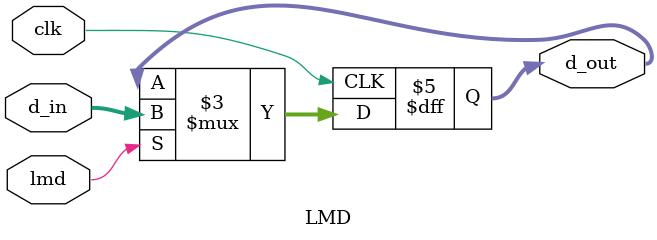
<source format=v>
`timescale 1ns / 1ps


module LMD(input clk,
    input lmd,
    input [31:0] d_in,
    output reg [31:0] d_out
    );
    always @(posedge clk)
    begin
        if(lmd) d_out <= d_in;
        else d_out <= d_out; 
    end
endmodule

</source>
